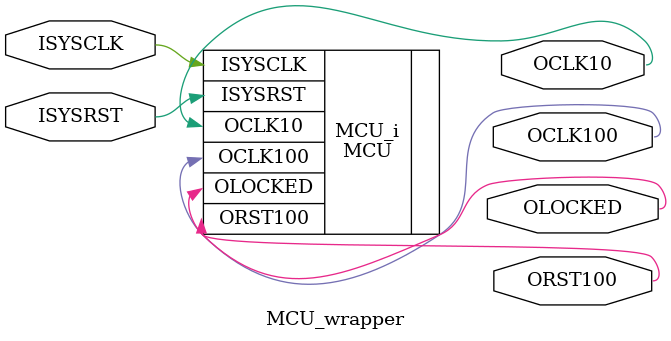
<source format=v>
`timescale 1 ps / 1 ps

module MCU_wrapper
   (ISYSCLK,
    ISYSRST,
    OCLK10,
    OCLK100,
    OLOCKED,
    ORST100);
  input ISYSCLK;
  input ISYSRST;
  output OCLK10;
  output OCLK100;
  output OLOCKED;
  output [0:0]ORST100;

  wire ISYSCLK;
  wire ISYSRST;
  wire OCLK10;
  wire OCLK100;
  wire OLOCKED;
  wire [0:0]ORST100;

  MCU MCU_i
       (.ISYSCLK(ISYSCLK),
        .ISYSRST(ISYSRST),
        .OCLK10(OCLK10),
        .OCLK100(OCLK100),
        .OLOCKED(OLOCKED),
        .ORST100(ORST100));
endmodule

</source>
